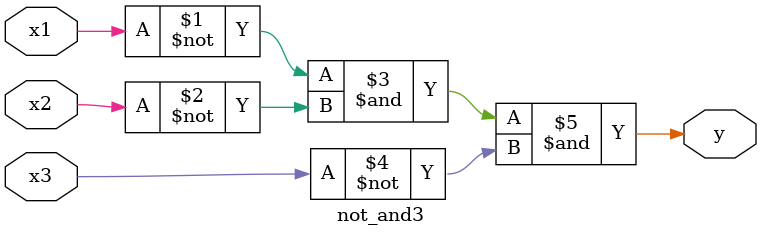
<source format=v>
module not_and3(x1, x2, x3, y);
    input   x1, x2, x3;
    output  y;

    assign y = ~x1 & ~x2 & ~x3;
endmodule

</source>
